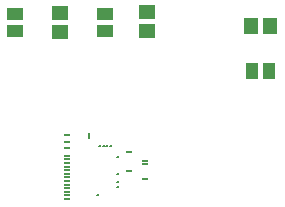
<source format=gtp>
G04*
G04 #@! TF.GenerationSoftware,Altium Limited,Altium Designer,22.7.1 (60)*
G04*
G04 Layer_Color=8421504*
%FSLAX44Y44*%
%MOMM*%
G71*
G04*
G04 #@! TF.SameCoordinates,A4F2FA5D-D4EF-4288-9AD8-153C25E8CDF2*
G04*
G04*
G04 #@! TF.FilePolarity,Positive*
G04*
G01*
G75*
G04:AMPARAMS|DCode=14|XSize=0.254mm|YSize=0.1524mm|CornerRadius=0.0381mm|HoleSize=0mm|Usage=FLASHONLY|Rotation=0.000|XOffset=0mm|YOffset=0mm|HoleType=Round|Shape=RoundedRectangle|*
%AMROUNDEDRECTD14*
21,1,0.2540,0.0762,0,0,0.0*
21,1,0.1778,0.1524,0,0,0.0*
1,1,0.0762,0.0889,-0.0381*
1,1,0.0762,-0.0889,-0.0381*
1,1,0.0762,-0.0889,0.0381*
1,1,0.0762,0.0889,0.0381*
%
%ADD14ROUNDEDRECTD14*%
G04:AMPARAMS|DCode=15|XSize=0.508mm|YSize=0.1524mm|CornerRadius=0.0381mm|HoleSize=0mm|Usage=FLASHONLY|Rotation=0.000|XOffset=0mm|YOffset=0mm|HoleType=Round|Shape=RoundedRectangle|*
%AMROUNDEDRECTD15*
21,1,0.5080,0.0762,0,0,0.0*
21,1,0.4318,0.1524,0,0,0.0*
1,1,0.0762,0.2159,-0.0381*
1,1,0.0762,-0.2159,-0.0381*
1,1,0.0762,-0.2159,0.0381*
1,1,0.0762,0.2159,0.0381*
%
%ADD15ROUNDEDRECTD15*%
G04:AMPARAMS|DCode=16|XSize=0.508mm|YSize=0.1524mm|CornerRadius=0.0381mm|HoleSize=0mm|Usage=FLASHONLY|Rotation=270.000|XOffset=0mm|YOffset=0mm|HoleType=Round|Shape=RoundedRectangle|*
%AMROUNDEDRECTD16*
21,1,0.5080,0.0762,0,0,270.0*
21,1,0.4318,0.1524,0,0,270.0*
1,1,0.0762,-0.0381,-0.2159*
1,1,0.0762,-0.0381,0.2159*
1,1,0.0762,0.0381,0.2159*
1,1,0.0762,0.0381,-0.2159*
%
%ADD16ROUNDEDRECTD16*%
%ADD17R,1.3000X1.4500*%
%ADD18R,1.1046X1.3562*%
%ADD19R,1.4500X1.3000*%
%ADD20R,1.3562X1.1046*%
D14*
X209550Y168148D02*
D03*
Y154178D02*
D03*
Y146812D02*
D03*
X203200Y177800D02*
D03*
X200152D02*
D03*
X197104D02*
D03*
X192786Y136144D02*
D03*
X194056Y177800D02*
D03*
X209550Y143002D02*
D03*
D15*
X166370Y132588D02*
D03*
Y135636D02*
D03*
Y138684D02*
D03*
Y141732D02*
D03*
Y144780D02*
D03*
Y147828D02*
D03*
Y150876D02*
D03*
Y153924D02*
D03*
Y156972D02*
D03*
Y160020D02*
D03*
Y163068D02*
D03*
X218694Y172212D02*
D03*
X232156Y149860D02*
D03*
Y165100D02*
D03*
Y162052D02*
D03*
X218694Y155956D02*
D03*
X166370Y186690D02*
D03*
Y169164D02*
D03*
Y176022D02*
D03*
Y181102D02*
D03*
Y166116D02*
D03*
D03*
D16*
X185166Y185674D02*
D03*
D17*
X322200Y279400D02*
D03*
X338200D02*
D03*
D18*
X337258Y241300D02*
D03*
X323142D02*
D03*
D19*
X233680Y274875D02*
D03*
Y290875D02*
D03*
X160020Y273940D02*
D03*
Y289940D02*
D03*
D20*
X121920Y288998D02*
D03*
Y274882D02*
D03*
X198120Y288998D02*
D03*
Y274882D02*
D03*
M02*

</source>
